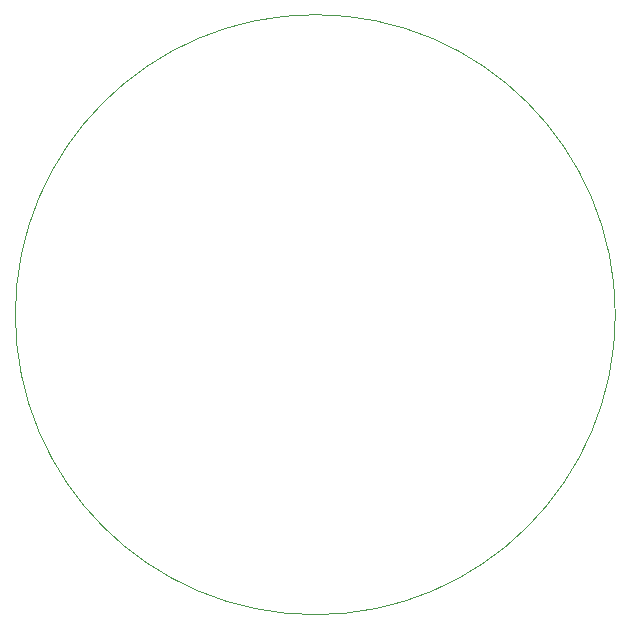
<source format=gbr>
%TF.GenerationSoftware,KiCad,Pcbnew,8.0.2-1*%
%TF.CreationDate,2025-03-04T20:19:02+09:00*%
%TF.ProjectId,test,74657374-2e6b-4696-9361-645f70636258,rev?*%
%TF.SameCoordinates,Original*%
%TF.FileFunction,Profile,NP*%
%FSLAX46Y46*%
G04 Gerber Fmt 4.6, Leading zero omitted, Abs format (unit mm)*
G04 Created by KiCad (PCBNEW 8.0.2-1) date 2025-03-04 20:19:02*
%MOMM*%
%LPD*%
G01*
G04 APERTURE LIST*
%TA.AperFunction,Profile*%
%ADD10C,0.050000*%
%TD*%
G04 APERTURE END LIST*
D10*
X169989500Y-104100000D02*
G75*
G02*
X119189500Y-104100000I-25400000J0D01*
G01*
X119189500Y-104100000D02*
G75*
G02*
X169989500Y-104100000I25400000J0D01*
G01*
M02*

</source>
